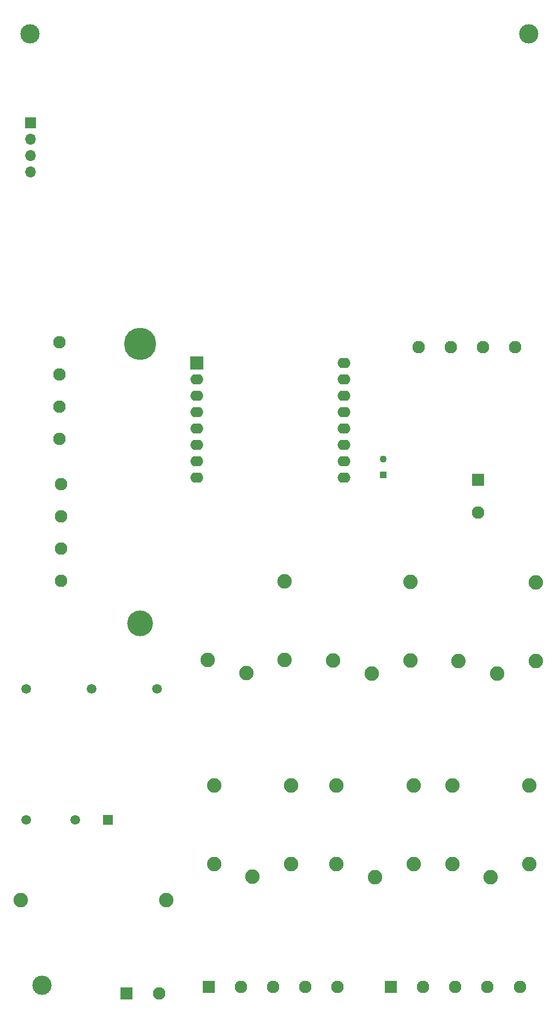
<source format=gbs>
%TF.GenerationSoftware,KiCad,Pcbnew,8.0.6*%
%TF.CreationDate,2024-11-25T21:26:05+01:00*%
%TF.ProjectId,PCB,5043422e-6b69-4636-9164-5f7063625858,rev?*%
%TF.SameCoordinates,Original*%
%TF.FileFunction,Soldermask,Bot*%
%TF.FilePolarity,Negative*%
%FSLAX46Y46*%
G04 Gerber Fmt 4.6, Leading zero omitted, Abs format (unit mm)*
G04 Created by KiCad (PCBNEW 8.0.6) date 2024-11-25 21:26:05*
%MOMM*%
%LPD*%
G01*
G04 APERTURE LIST*
%ADD10R,2.000000X2.000000*%
%ADD11O,2.000000X1.600000*%
%ADD12C,3.000000*%
%ADD13C,4.000000*%
%ADD14R,1.500000X1.500000*%
%ADD15C,1.500000*%
%ADD16C,2.250000*%
%ADD17R,1.950000X1.950000*%
%ADD18C,1.950000*%
%ADD19R,1.700000X1.700000*%
%ADD20O,1.700000X1.700000*%
%ADD21R,1.100000X1.100000*%
%ADD22C,1.100000*%
%ADD23C,5.000000*%
G04 APERTURE END LIST*
D10*
%TO.C,U_WeMos_D1_Mini_Pro_1*%
X91290000Y-117710000D03*
D11*
X91290000Y-120250000D03*
X91290000Y-122790000D03*
X91290000Y-125330000D03*
X91290000Y-127870000D03*
X91290000Y-130410000D03*
X91290000Y-132950000D03*
X91290000Y-135490000D03*
X114150000Y-135490000D03*
X114150000Y-132950000D03*
X114150000Y-130410000D03*
X114150000Y-127870000D03*
X114150000Y-125330000D03*
X114150000Y-122790000D03*
X114150000Y-120250000D03*
X114150000Y-117710000D03*
%TD*%
D12*
%TO.C,H5*%
X65405000Y-66675000D03*
%TD*%
D13*
%TO.C,H4*%
X82550000Y-158115000D03*
%TD*%
D12*
%TO.C,H3*%
X142875000Y-66675000D03*
%TD*%
D14*
%TO.C,PS_DCDC_24V5V_1*%
X77540000Y-188570000D03*
D15*
X72460000Y-188570000D03*
X64840000Y-188570000D03*
X64840000Y-168250000D03*
X75000000Y-168250000D03*
X85160000Y-168250000D03*
%TD*%
D16*
%TO.C,K_TypeCRel_5*%
X100000000Y-197425000D03*
X106000000Y-195425000D03*
X106000000Y-183225000D03*
X94000000Y-183225000D03*
X94000000Y-195425000D03*
%TD*%
D17*
%TO.C,J_24Vin+GND_1*%
X80420000Y-215500000D03*
D18*
X85500000Y-215500000D03*
%TD*%
D17*
%TO.C,J_VFDconnectors_3*%
X121500000Y-214500000D03*
D18*
X126500000Y-214500000D03*
X131500000Y-214500000D03*
X136500000Y-214500000D03*
X141500000Y-214500000D03*
%TD*%
D16*
%TO.C,K_TypeARel_3*%
X138000000Y-165925000D03*
X144000000Y-163925000D03*
X144000000Y-151725000D03*
X132000000Y-163925000D03*
%TD*%
D19*
%TO.C,J_LCDconn_1*%
X65500000Y-80460000D03*
D20*
X65500000Y-83000000D03*
X65500000Y-85540000D03*
X65500000Y-88080000D03*
%TD*%
D16*
%TO.C,K_TypeCRel_4*%
X119000000Y-197450000D03*
X125000000Y-195450000D03*
X125000000Y-183250000D03*
X113000000Y-183250000D03*
X113000000Y-195450000D03*
%TD*%
D17*
%TO.C,J_VFDconnectors_2*%
X93215000Y-214500000D03*
D18*
X98215000Y-214500000D03*
X103215000Y-214500000D03*
X108215000Y-214500000D03*
X113215000Y-214500000D03*
%TD*%
D16*
%TO.C,Fuse_1500mA_1*%
X86550000Y-201000000D03*
X63950000Y-201000000D03*
%TD*%
D18*
%TO.C,SW_IncSpeed_3*%
X70250000Y-151500000D03*
X70250000Y-146500000D03*
X70250000Y-141500000D03*
X70250000Y-136500000D03*
%TD*%
%TO.C,SW_DecSpeed_4*%
X140750000Y-115250000D03*
X135750000Y-115250000D03*
X130750000Y-115250000D03*
X125750000Y-115250000D03*
%TD*%
D17*
%TO.C,SW_LocRem_1*%
X135000000Y-135815000D03*
D18*
X135000000Y-140895000D03*
%TD*%
D16*
%TO.C,K_TypeARel_1*%
X118500000Y-165875000D03*
X124500000Y-163875000D03*
X124500000Y-151675000D03*
X112500000Y-163875000D03*
%TD*%
D18*
%TO.C,SW_OnOff_2*%
X70000000Y-129500000D03*
X70000000Y-124500000D03*
X70000000Y-119500000D03*
X70000000Y-114500000D03*
%TD*%
D16*
%TO.C,K_TypeARel_2*%
X99000000Y-165800000D03*
X105000000Y-163800000D03*
X105000000Y-151600000D03*
X93000000Y-163800000D03*
%TD*%
%TO.C,K_TypeCRel_6*%
X137000000Y-197450000D03*
X143000000Y-195450000D03*
X143000000Y-183250000D03*
X131000000Y-183250000D03*
X131000000Y-195450000D03*
%TD*%
D21*
%TO.C,C_470uF_3*%
X120250000Y-135110000D03*
D22*
X120250000Y-132610000D03*
%TD*%
D23*
%TO.C,H1*%
X82550000Y-114800000D03*
%TD*%
D12*
%TO.C,H2*%
X67250000Y-214250000D03*
%TD*%
M02*

</source>
